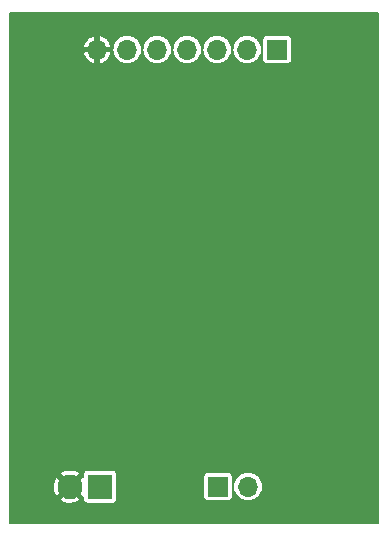
<source format=gbr>
G04 #@! TF.GenerationSoftware,KiCad,Pcbnew,5.1.2*
G04 #@! TF.CreationDate,2019-08-19T21:30:06+02:00*
G04 #@! TF.ProjectId,Battery-Tester,42617474-6572-4792-9d54-65737465722e,rev?*
G04 #@! TF.SameCoordinates,Original*
G04 #@! TF.FileFunction,Copper,L2,Bot*
G04 #@! TF.FilePolarity,Positive*
%FSLAX46Y46*%
G04 Gerber Fmt 4.6, Leading zero omitted, Abs format (unit mm)*
G04 Created by KiCad (PCBNEW 5.1.2) date 2019-08-19 21:30:06*
%MOMM*%
%LPD*%
G04 APERTURE LIST*
%ADD10O,1.700000X1.700000*%
%ADD11R,1.700000X1.700000*%
%ADD12C,2.100000*%
%ADD13R,2.100000X2.100000*%
%ADD14C,0.800000*%
%ADD15C,0.200000*%
G04 APERTURE END LIST*
D10*
X103540000Y-126500000D03*
D11*
X101000000Y-126500000D03*
D10*
X90760000Y-89500000D03*
X93300000Y-89500000D03*
X95840000Y-89500000D03*
X98380000Y-89500000D03*
X100920000Y-89500000D03*
X103460000Y-89500000D03*
D11*
X106000000Y-89500000D03*
D12*
X88460000Y-126500000D03*
D13*
X91000000Y-126500000D03*
D14*
X90500000Y-118500000D03*
X95250000Y-117500000D03*
X100000000Y-116500000D03*
X95000000Y-120500000D03*
X100312500Y-120437500D03*
X88062500Y-100437500D03*
X95062500Y-100437500D03*
X102000000Y-100500000D03*
X109062500Y-100437500D03*
X84750000Y-87500000D03*
X108000000Y-88500000D03*
X98000000Y-128000000D03*
D15*
G36*
X114575001Y-129575000D02*
G01*
X83425000Y-129575000D01*
X83425000Y-127559741D01*
X87612391Y-127559741D01*
X87729491Y-127760655D01*
X87989469Y-127878948D01*
X88267529Y-127944248D01*
X88552986Y-127954046D01*
X88834870Y-127907967D01*
X89102347Y-127807780D01*
X89190509Y-127760655D01*
X89307609Y-127559741D01*
X88460000Y-126712132D01*
X87612391Y-127559741D01*
X83425000Y-127559741D01*
X83425000Y-126592986D01*
X87005954Y-126592986D01*
X87052033Y-126874870D01*
X87152220Y-127142347D01*
X87199345Y-127230509D01*
X87400259Y-127347609D01*
X88247868Y-126500000D01*
X88672132Y-126500000D01*
X89519741Y-127347609D01*
X89548065Y-127331101D01*
X89548065Y-127550000D01*
X89555788Y-127628414D01*
X89578660Y-127703814D01*
X89615803Y-127773303D01*
X89665789Y-127834211D01*
X89726697Y-127884197D01*
X89796186Y-127921340D01*
X89871586Y-127944212D01*
X89950000Y-127951935D01*
X92050000Y-127951935D01*
X92128414Y-127944212D01*
X92203814Y-127921340D01*
X92273303Y-127884197D01*
X92334211Y-127834211D01*
X92384197Y-127773303D01*
X92421340Y-127703814D01*
X92444212Y-127628414D01*
X92451935Y-127550000D01*
X92451935Y-125650000D01*
X99748065Y-125650000D01*
X99748065Y-127350000D01*
X99755788Y-127428414D01*
X99778660Y-127503814D01*
X99815803Y-127573303D01*
X99865789Y-127634211D01*
X99926697Y-127684197D01*
X99996186Y-127721340D01*
X100071586Y-127744212D01*
X100150000Y-127751935D01*
X101850000Y-127751935D01*
X101928414Y-127744212D01*
X102003814Y-127721340D01*
X102073303Y-127684197D01*
X102134211Y-127634211D01*
X102184197Y-127573303D01*
X102221340Y-127503814D01*
X102244212Y-127428414D01*
X102251935Y-127350000D01*
X102251935Y-126500000D01*
X102283952Y-126500000D01*
X102308087Y-126745043D01*
X102379563Y-126980669D01*
X102495634Y-127197823D01*
X102651840Y-127388160D01*
X102842177Y-127544366D01*
X103059331Y-127660437D01*
X103294957Y-127731913D01*
X103478595Y-127750000D01*
X103601405Y-127750000D01*
X103785043Y-127731913D01*
X104020669Y-127660437D01*
X104237823Y-127544366D01*
X104428160Y-127388160D01*
X104584366Y-127197823D01*
X104700437Y-126980669D01*
X104771913Y-126745043D01*
X104796048Y-126500000D01*
X104771913Y-126254957D01*
X104700437Y-126019331D01*
X104584366Y-125802177D01*
X104428160Y-125611840D01*
X104237823Y-125455634D01*
X104020669Y-125339563D01*
X103785043Y-125268087D01*
X103601405Y-125250000D01*
X103478595Y-125250000D01*
X103294957Y-125268087D01*
X103059331Y-125339563D01*
X102842177Y-125455634D01*
X102651840Y-125611840D01*
X102495634Y-125802177D01*
X102379563Y-126019331D01*
X102308087Y-126254957D01*
X102283952Y-126500000D01*
X102251935Y-126500000D01*
X102251935Y-125650000D01*
X102244212Y-125571586D01*
X102221340Y-125496186D01*
X102184197Y-125426697D01*
X102134211Y-125365789D01*
X102073303Y-125315803D01*
X102003814Y-125278660D01*
X101928414Y-125255788D01*
X101850000Y-125248065D01*
X100150000Y-125248065D01*
X100071586Y-125255788D01*
X99996186Y-125278660D01*
X99926697Y-125315803D01*
X99865789Y-125365789D01*
X99815803Y-125426697D01*
X99778660Y-125496186D01*
X99755788Y-125571586D01*
X99748065Y-125650000D01*
X92451935Y-125650000D01*
X92451935Y-125450000D01*
X92444212Y-125371586D01*
X92421340Y-125296186D01*
X92384197Y-125226697D01*
X92334211Y-125165789D01*
X92273303Y-125115803D01*
X92203814Y-125078660D01*
X92128414Y-125055788D01*
X92050000Y-125048065D01*
X89950000Y-125048065D01*
X89871586Y-125055788D01*
X89796186Y-125078660D01*
X89726697Y-125115803D01*
X89665789Y-125165789D01*
X89615803Y-125226697D01*
X89578660Y-125296186D01*
X89555788Y-125371586D01*
X89548065Y-125450000D01*
X89548065Y-125668899D01*
X89519741Y-125652391D01*
X88672132Y-126500000D01*
X88247868Y-126500000D01*
X87400259Y-125652391D01*
X87199345Y-125769491D01*
X87081052Y-126029469D01*
X87015752Y-126307529D01*
X87005954Y-126592986D01*
X83425000Y-126592986D01*
X83425000Y-125440259D01*
X87612391Y-125440259D01*
X88460000Y-126287868D01*
X89307609Y-125440259D01*
X89190509Y-125239345D01*
X88930531Y-125121052D01*
X88652471Y-125055752D01*
X88367014Y-125045954D01*
X88085130Y-125092033D01*
X87817653Y-125192220D01*
X87729491Y-125239345D01*
X87612391Y-125440259D01*
X83425000Y-125440259D01*
X83425000Y-89842284D01*
X89557770Y-89842284D01*
X89647647Y-90070251D01*
X89780271Y-90276303D01*
X89950545Y-90452522D01*
X90151926Y-90592136D01*
X90376675Y-90689780D01*
X90417717Y-90702223D01*
X90610000Y-90640175D01*
X90610000Y-89650000D01*
X90910000Y-89650000D01*
X90910000Y-90640175D01*
X91102283Y-90702223D01*
X91143325Y-90689780D01*
X91368074Y-90592136D01*
X91569455Y-90452522D01*
X91739729Y-90276303D01*
X91872353Y-90070251D01*
X91962230Y-89842284D01*
X91900974Y-89650000D01*
X90910000Y-89650000D01*
X90610000Y-89650000D01*
X89619026Y-89650000D01*
X89557770Y-89842284D01*
X83425000Y-89842284D01*
X83425000Y-89500000D01*
X92043952Y-89500000D01*
X92068087Y-89745043D01*
X92139563Y-89980669D01*
X92255634Y-90197823D01*
X92411840Y-90388160D01*
X92602177Y-90544366D01*
X92819331Y-90660437D01*
X93054957Y-90731913D01*
X93238595Y-90750000D01*
X93361405Y-90750000D01*
X93545043Y-90731913D01*
X93780669Y-90660437D01*
X93997823Y-90544366D01*
X94188160Y-90388160D01*
X94344366Y-90197823D01*
X94460437Y-89980669D01*
X94531913Y-89745043D01*
X94556048Y-89500000D01*
X94583952Y-89500000D01*
X94608087Y-89745043D01*
X94679563Y-89980669D01*
X94795634Y-90197823D01*
X94951840Y-90388160D01*
X95142177Y-90544366D01*
X95359331Y-90660437D01*
X95594957Y-90731913D01*
X95778595Y-90750000D01*
X95901405Y-90750000D01*
X96085043Y-90731913D01*
X96320669Y-90660437D01*
X96537823Y-90544366D01*
X96728160Y-90388160D01*
X96884366Y-90197823D01*
X97000437Y-89980669D01*
X97071913Y-89745043D01*
X97096048Y-89500000D01*
X97123952Y-89500000D01*
X97148087Y-89745043D01*
X97219563Y-89980669D01*
X97335634Y-90197823D01*
X97491840Y-90388160D01*
X97682177Y-90544366D01*
X97899331Y-90660437D01*
X98134957Y-90731913D01*
X98318595Y-90750000D01*
X98441405Y-90750000D01*
X98625043Y-90731913D01*
X98860669Y-90660437D01*
X99077823Y-90544366D01*
X99268160Y-90388160D01*
X99424366Y-90197823D01*
X99540437Y-89980669D01*
X99611913Y-89745043D01*
X99636048Y-89500000D01*
X99663952Y-89500000D01*
X99688087Y-89745043D01*
X99759563Y-89980669D01*
X99875634Y-90197823D01*
X100031840Y-90388160D01*
X100222177Y-90544366D01*
X100439331Y-90660437D01*
X100674957Y-90731913D01*
X100858595Y-90750000D01*
X100981405Y-90750000D01*
X101165043Y-90731913D01*
X101400669Y-90660437D01*
X101617823Y-90544366D01*
X101808160Y-90388160D01*
X101964366Y-90197823D01*
X102080437Y-89980669D01*
X102151913Y-89745043D01*
X102176048Y-89500000D01*
X102203952Y-89500000D01*
X102228087Y-89745043D01*
X102299563Y-89980669D01*
X102415634Y-90197823D01*
X102571840Y-90388160D01*
X102762177Y-90544366D01*
X102979331Y-90660437D01*
X103214957Y-90731913D01*
X103398595Y-90750000D01*
X103521405Y-90750000D01*
X103705043Y-90731913D01*
X103940669Y-90660437D01*
X104157823Y-90544366D01*
X104348160Y-90388160D01*
X104504366Y-90197823D01*
X104620437Y-89980669D01*
X104691913Y-89745043D01*
X104716048Y-89500000D01*
X104691913Y-89254957D01*
X104620437Y-89019331D01*
X104504366Y-88802177D01*
X104379478Y-88650000D01*
X104748065Y-88650000D01*
X104748065Y-90350000D01*
X104755788Y-90428414D01*
X104778660Y-90503814D01*
X104815803Y-90573303D01*
X104865789Y-90634211D01*
X104926697Y-90684197D01*
X104996186Y-90721340D01*
X105071586Y-90744212D01*
X105150000Y-90751935D01*
X106850000Y-90751935D01*
X106928414Y-90744212D01*
X107003814Y-90721340D01*
X107073303Y-90684197D01*
X107134211Y-90634211D01*
X107184197Y-90573303D01*
X107221340Y-90503814D01*
X107244212Y-90428414D01*
X107251935Y-90350000D01*
X107251935Y-88650000D01*
X107244212Y-88571586D01*
X107221340Y-88496186D01*
X107184197Y-88426697D01*
X107134211Y-88365789D01*
X107073303Y-88315803D01*
X107003814Y-88278660D01*
X106928414Y-88255788D01*
X106850000Y-88248065D01*
X105150000Y-88248065D01*
X105071586Y-88255788D01*
X104996186Y-88278660D01*
X104926697Y-88315803D01*
X104865789Y-88365789D01*
X104815803Y-88426697D01*
X104778660Y-88496186D01*
X104755788Y-88571586D01*
X104748065Y-88650000D01*
X104379478Y-88650000D01*
X104348160Y-88611840D01*
X104157823Y-88455634D01*
X103940669Y-88339563D01*
X103705043Y-88268087D01*
X103521405Y-88250000D01*
X103398595Y-88250000D01*
X103214957Y-88268087D01*
X102979331Y-88339563D01*
X102762177Y-88455634D01*
X102571840Y-88611840D01*
X102415634Y-88802177D01*
X102299563Y-89019331D01*
X102228087Y-89254957D01*
X102203952Y-89500000D01*
X102176048Y-89500000D01*
X102151913Y-89254957D01*
X102080437Y-89019331D01*
X101964366Y-88802177D01*
X101808160Y-88611840D01*
X101617823Y-88455634D01*
X101400669Y-88339563D01*
X101165043Y-88268087D01*
X100981405Y-88250000D01*
X100858595Y-88250000D01*
X100674957Y-88268087D01*
X100439331Y-88339563D01*
X100222177Y-88455634D01*
X100031840Y-88611840D01*
X99875634Y-88802177D01*
X99759563Y-89019331D01*
X99688087Y-89254957D01*
X99663952Y-89500000D01*
X99636048Y-89500000D01*
X99611913Y-89254957D01*
X99540437Y-89019331D01*
X99424366Y-88802177D01*
X99268160Y-88611840D01*
X99077823Y-88455634D01*
X98860669Y-88339563D01*
X98625043Y-88268087D01*
X98441405Y-88250000D01*
X98318595Y-88250000D01*
X98134957Y-88268087D01*
X97899331Y-88339563D01*
X97682177Y-88455634D01*
X97491840Y-88611840D01*
X97335634Y-88802177D01*
X97219563Y-89019331D01*
X97148087Y-89254957D01*
X97123952Y-89500000D01*
X97096048Y-89500000D01*
X97071913Y-89254957D01*
X97000437Y-89019331D01*
X96884366Y-88802177D01*
X96728160Y-88611840D01*
X96537823Y-88455634D01*
X96320669Y-88339563D01*
X96085043Y-88268087D01*
X95901405Y-88250000D01*
X95778595Y-88250000D01*
X95594957Y-88268087D01*
X95359331Y-88339563D01*
X95142177Y-88455634D01*
X94951840Y-88611840D01*
X94795634Y-88802177D01*
X94679563Y-89019331D01*
X94608087Y-89254957D01*
X94583952Y-89500000D01*
X94556048Y-89500000D01*
X94531913Y-89254957D01*
X94460437Y-89019331D01*
X94344366Y-88802177D01*
X94188160Y-88611840D01*
X93997823Y-88455634D01*
X93780669Y-88339563D01*
X93545043Y-88268087D01*
X93361405Y-88250000D01*
X93238595Y-88250000D01*
X93054957Y-88268087D01*
X92819331Y-88339563D01*
X92602177Y-88455634D01*
X92411840Y-88611840D01*
X92255634Y-88802177D01*
X92139563Y-89019331D01*
X92068087Y-89254957D01*
X92043952Y-89500000D01*
X83425000Y-89500000D01*
X83425000Y-89157716D01*
X89557770Y-89157716D01*
X89619026Y-89350000D01*
X90610000Y-89350000D01*
X90610000Y-88359825D01*
X90910000Y-88359825D01*
X90910000Y-89350000D01*
X91900974Y-89350000D01*
X91962230Y-89157716D01*
X91872353Y-88929749D01*
X91739729Y-88723697D01*
X91569455Y-88547478D01*
X91368074Y-88407864D01*
X91143325Y-88310220D01*
X91102283Y-88297777D01*
X90910000Y-88359825D01*
X90610000Y-88359825D01*
X90417717Y-88297777D01*
X90376675Y-88310220D01*
X90151926Y-88407864D01*
X89950545Y-88547478D01*
X89780271Y-88723697D01*
X89647647Y-88929749D01*
X89557770Y-89157716D01*
X83425000Y-89157716D01*
X83425000Y-86425000D01*
X114575000Y-86425000D01*
X114575001Y-129575000D01*
X114575001Y-129575000D01*
G37*
X114575001Y-129575000D02*
X83425000Y-129575000D01*
X83425000Y-127559741D01*
X87612391Y-127559741D01*
X87729491Y-127760655D01*
X87989469Y-127878948D01*
X88267529Y-127944248D01*
X88552986Y-127954046D01*
X88834870Y-127907967D01*
X89102347Y-127807780D01*
X89190509Y-127760655D01*
X89307609Y-127559741D01*
X88460000Y-126712132D01*
X87612391Y-127559741D01*
X83425000Y-127559741D01*
X83425000Y-126592986D01*
X87005954Y-126592986D01*
X87052033Y-126874870D01*
X87152220Y-127142347D01*
X87199345Y-127230509D01*
X87400259Y-127347609D01*
X88247868Y-126500000D01*
X88672132Y-126500000D01*
X89519741Y-127347609D01*
X89548065Y-127331101D01*
X89548065Y-127550000D01*
X89555788Y-127628414D01*
X89578660Y-127703814D01*
X89615803Y-127773303D01*
X89665789Y-127834211D01*
X89726697Y-127884197D01*
X89796186Y-127921340D01*
X89871586Y-127944212D01*
X89950000Y-127951935D01*
X92050000Y-127951935D01*
X92128414Y-127944212D01*
X92203814Y-127921340D01*
X92273303Y-127884197D01*
X92334211Y-127834211D01*
X92384197Y-127773303D01*
X92421340Y-127703814D01*
X92444212Y-127628414D01*
X92451935Y-127550000D01*
X92451935Y-125650000D01*
X99748065Y-125650000D01*
X99748065Y-127350000D01*
X99755788Y-127428414D01*
X99778660Y-127503814D01*
X99815803Y-127573303D01*
X99865789Y-127634211D01*
X99926697Y-127684197D01*
X99996186Y-127721340D01*
X100071586Y-127744212D01*
X100150000Y-127751935D01*
X101850000Y-127751935D01*
X101928414Y-127744212D01*
X102003814Y-127721340D01*
X102073303Y-127684197D01*
X102134211Y-127634211D01*
X102184197Y-127573303D01*
X102221340Y-127503814D01*
X102244212Y-127428414D01*
X102251935Y-127350000D01*
X102251935Y-126500000D01*
X102283952Y-126500000D01*
X102308087Y-126745043D01*
X102379563Y-126980669D01*
X102495634Y-127197823D01*
X102651840Y-127388160D01*
X102842177Y-127544366D01*
X103059331Y-127660437D01*
X103294957Y-127731913D01*
X103478595Y-127750000D01*
X103601405Y-127750000D01*
X103785043Y-127731913D01*
X104020669Y-127660437D01*
X104237823Y-127544366D01*
X104428160Y-127388160D01*
X104584366Y-127197823D01*
X104700437Y-126980669D01*
X104771913Y-126745043D01*
X104796048Y-126500000D01*
X104771913Y-126254957D01*
X104700437Y-126019331D01*
X104584366Y-125802177D01*
X104428160Y-125611840D01*
X104237823Y-125455634D01*
X104020669Y-125339563D01*
X103785043Y-125268087D01*
X103601405Y-125250000D01*
X103478595Y-125250000D01*
X103294957Y-125268087D01*
X103059331Y-125339563D01*
X102842177Y-125455634D01*
X102651840Y-125611840D01*
X102495634Y-125802177D01*
X102379563Y-126019331D01*
X102308087Y-126254957D01*
X102283952Y-126500000D01*
X102251935Y-126500000D01*
X102251935Y-125650000D01*
X102244212Y-125571586D01*
X102221340Y-125496186D01*
X102184197Y-125426697D01*
X102134211Y-125365789D01*
X102073303Y-125315803D01*
X102003814Y-125278660D01*
X101928414Y-125255788D01*
X101850000Y-125248065D01*
X100150000Y-125248065D01*
X100071586Y-125255788D01*
X99996186Y-125278660D01*
X99926697Y-125315803D01*
X99865789Y-125365789D01*
X99815803Y-125426697D01*
X99778660Y-125496186D01*
X99755788Y-125571586D01*
X99748065Y-125650000D01*
X92451935Y-125650000D01*
X92451935Y-125450000D01*
X92444212Y-125371586D01*
X92421340Y-125296186D01*
X92384197Y-125226697D01*
X92334211Y-125165789D01*
X92273303Y-125115803D01*
X92203814Y-125078660D01*
X92128414Y-125055788D01*
X92050000Y-125048065D01*
X89950000Y-125048065D01*
X89871586Y-125055788D01*
X89796186Y-125078660D01*
X89726697Y-125115803D01*
X89665789Y-125165789D01*
X89615803Y-125226697D01*
X89578660Y-125296186D01*
X89555788Y-125371586D01*
X89548065Y-125450000D01*
X89548065Y-125668899D01*
X89519741Y-125652391D01*
X88672132Y-126500000D01*
X88247868Y-126500000D01*
X87400259Y-125652391D01*
X87199345Y-125769491D01*
X87081052Y-126029469D01*
X87015752Y-126307529D01*
X87005954Y-126592986D01*
X83425000Y-126592986D01*
X83425000Y-125440259D01*
X87612391Y-125440259D01*
X88460000Y-126287868D01*
X89307609Y-125440259D01*
X89190509Y-125239345D01*
X88930531Y-125121052D01*
X88652471Y-125055752D01*
X88367014Y-125045954D01*
X88085130Y-125092033D01*
X87817653Y-125192220D01*
X87729491Y-125239345D01*
X87612391Y-125440259D01*
X83425000Y-125440259D01*
X83425000Y-89842284D01*
X89557770Y-89842284D01*
X89647647Y-90070251D01*
X89780271Y-90276303D01*
X89950545Y-90452522D01*
X90151926Y-90592136D01*
X90376675Y-90689780D01*
X90417717Y-90702223D01*
X90610000Y-90640175D01*
X90610000Y-89650000D01*
X90910000Y-89650000D01*
X90910000Y-90640175D01*
X91102283Y-90702223D01*
X91143325Y-90689780D01*
X91368074Y-90592136D01*
X91569455Y-90452522D01*
X91739729Y-90276303D01*
X91872353Y-90070251D01*
X91962230Y-89842284D01*
X91900974Y-89650000D01*
X90910000Y-89650000D01*
X90610000Y-89650000D01*
X89619026Y-89650000D01*
X89557770Y-89842284D01*
X83425000Y-89842284D01*
X83425000Y-89500000D01*
X92043952Y-89500000D01*
X92068087Y-89745043D01*
X92139563Y-89980669D01*
X92255634Y-90197823D01*
X92411840Y-90388160D01*
X92602177Y-90544366D01*
X92819331Y-90660437D01*
X93054957Y-90731913D01*
X93238595Y-90750000D01*
X93361405Y-90750000D01*
X93545043Y-90731913D01*
X93780669Y-90660437D01*
X93997823Y-90544366D01*
X94188160Y-90388160D01*
X94344366Y-90197823D01*
X94460437Y-89980669D01*
X94531913Y-89745043D01*
X94556048Y-89500000D01*
X94583952Y-89500000D01*
X94608087Y-89745043D01*
X94679563Y-89980669D01*
X94795634Y-90197823D01*
X94951840Y-90388160D01*
X95142177Y-90544366D01*
X95359331Y-90660437D01*
X95594957Y-90731913D01*
X95778595Y-90750000D01*
X95901405Y-90750000D01*
X96085043Y-90731913D01*
X96320669Y-90660437D01*
X96537823Y-90544366D01*
X96728160Y-90388160D01*
X96884366Y-90197823D01*
X97000437Y-89980669D01*
X97071913Y-89745043D01*
X97096048Y-89500000D01*
X97123952Y-89500000D01*
X97148087Y-89745043D01*
X97219563Y-89980669D01*
X97335634Y-90197823D01*
X97491840Y-90388160D01*
X97682177Y-90544366D01*
X97899331Y-90660437D01*
X98134957Y-90731913D01*
X98318595Y-90750000D01*
X98441405Y-90750000D01*
X98625043Y-90731913D01*
X98860669Y-90660437D01*
X99077823Y-90544366D01*
X99268160Y-90388160D01*
X99424366Y-90197823D01*
X99540437Y-89980669D01*
X99611913Y-89745043D01*
X99636048Y-89500000D01*
X99663952Y-89500000D01*
X99688087Y-89745043D01*
X99759563Y-89980669D01*
X99875634Y-90197823D01*
X100031840Y-90388160D01*
X100222177Y-90544366D01*
X100439331Y-90660437D01*
X100674957Y-90731913D01*
X100858595Y-90750000D01*
X100981405Y-90750000D01*
X101165043Y-90731913D01*
X101400669Y-90660437D01*
X101617823Y-90544366D01*
X101808160Y-90388160D01*
X101964366Y-90197823D01*
X102080437Y-89980669D01*
X102151913Y-89745043D01*
X102176048Y-89500000D01*
X102203952Y-89500000D01*
X102228087Y-89745043D01*
X102299563Y-89980669D01*
X102415634Y-90197823D01*
X102571840Y-90388160D01*
X102762177Y-90544366D01*
X102979331Y-90660437D01*
X103214957Y-90731913D01*
X103398595Y-90750000D01*
X103521405Y-90750000D01*
X103705043Y-90731913D01*
X103940669Y-90660437D01*
X104157823Y-90544366D01*
X104348160Y-90388160D01*
X104504366Y-90197823D01*
X104620437Y-89980669D01*
X104691913Y-89745043D01*
X104716048Y-89500000D01*
X104691913Y-89254957D01*
X104620437Y-89019331D01*
X104504366Y-88802177D01*
X104379478Y-88650000D01*
X104748065Y-88650000D01*
X104748065Y-90350000D01*
X104755788Y-90428414D01*
X104778660Y-90503814D01*
X104815803Y-90573303D01*
X104865789Y-90634211D01*
X104926697Y-90684197D01*
X104996186Y-90721340D01*
X105071586Y-90744212D01*
X105150000Y-90751935D01*
X106850000Y-90751935D01*
X106928414Y-90744212D01*
X107003814Y-90721340D01*
X107073303Y-90684197D01*
X107134211Y-90634211D01*
X107184197Y-90573303D01*
X107221340Y-90503814D01*
X107244212Y-90428414D01*
X107251935Y-90350000D01*
X107251935Y-88650000D01*
X107244212Y-88571586D01*
X107221340Y-88496186D01*
X107184197Y-88426697D01*
X107134211Y-88365789D01*
X107073303Y-88315803D01*
X107003814Y-88278660D01*
X106928414Y-88255788D01*
X106850000Y-88248065D01*
X105150000Y-88248065D01*
X105071586Y-88255788D01*
X104996186Y-88278660D01*
X104926697Y-88315803D01*
X104865789Y-88365789D01*
X104815803Y-88426697D01*
X104778660Y-88496186D01*
X104755788Y-88571586D01*
X104748065Y-88650000D01*
X104379478Y-88650000D01*
X104348160Y-88611840D01*
X104157823Y-88455634D01*
X103940669Y-88339563D01*
X103705043Y-88268087D01*
X103521405Y-88250000D01*
X103398595Y-88250000D01*
X103214957Y-88268087D01*
X102979331Y-88339563D01*
X102762177Y-88455634D01*
X102571840Y-88611840D01*
X102415634Y-88802177D01*
X102299563Y-89019331D01*
X102228087Y-89254957D01*
X102203952Y-89500000D01*
X102176048Y-89500000D01*
X102151913Y-89254957D01*
X102080437Y-89019331D01*
X101964366Y-88802177D01*
X101808160Y-88611840D01*
X101617823Y-88455634D01*
X101400669Y-88339563D01*
X101165043Y-88268087D01*
X100981405Y-88250000D01*
X100858595Y-88250000D01*
X100674957Y-88268087D01*
X100439331Y-88339563D01*
X100222177Y-88455634D01*
X100031840Y-88611840D01*
X99875634Y-88802177D01*
X99759563Y-89019331D01*
X99688087Y-89254957D01*
X99663952Y-89500000D01*
X99636048Y-89500000D01*
X99611913Y-89254957D01*
X99540437Y-89019331D01*
X99424366Y-88802177D01*
X99268160Y-88611840D01*
X99077823Y-88455634D01*
X98860669Y-88339563D01*
X98625043Y-88268087D01*
X98441405Y-88250000D01*
X98318595Y-88250000D01*
X98134957Y-88268087D01*
X97899331Y-88339563D01*
X97682177Y-88455634D01*
X97491840Y-88611840D01*
X97335634Y-88802177D01*
X97219563Y-89019331D01*
X97148087Y-89254957D01*
X97123952Y-89500000D01*
X97096048Y-89500000D01*
X97071913Y-89254957D01*
X97000437Y-89019331D01*
X96884366Y-88802177D01*
X96728160Y-88611840D01*
X96537823Y-88455634D01*
X96320669Y-88339563D01*
X96085043Y-88268087D01*
X95901405Y-88250000D01*
X95778595Y-88250000D01*
X95594957Y-88268087D01*
X95359331Y-88339563D01*
X95142177Y-88455634D01*
X94951840Y-88611840D01*
X94795634Y-88802177D01*
X94679563Y-89019331D01*
X94608087Y-89254957D01*
X94583952Y-89500000D01*
X94556048Y-89500000D01*
X94531913Y-89254957D01*
X94460437Y-89019331D01*
X94344366Y-88802177D01*
X94188160Y-88611840D01*
X93997823Y-88455634D01*
X93780669Y-88339563D01*
X93545043Y-88268087D01*
X93361405Y-88250000D01*
X93238595Y-88250000D01*
X93054957Y-88268087D01*
X92819331Y-88339563D01*
X92602177Y-88455634D01*
X92411840Y-88611840D01*
X92255634Y-88802177D01*
X92139563Y-89019331D01*
X92068087Y-89254957D01*
X92043952Y-89500000D01*
X83425000Y-89500000D01*
X83425000Y-89157716D01*
X89557770Y-89157716D01*
X89619026Y-89350000D01*
X90610000Y-89350000D01*
X90610000Y-88359825D01*
X90910000Y-88359825D01*
X90910000Y-89350000D01*
X91900974Y-89350000D01*
X91962230Y-89157716D01*
X91872353Y-88929749D01*
X91739729Y-88723697D01*
X91569455Y-88547478D01*
X91368074Y-88407864D01*
X91143325Y-88310220D01*
X91102283Y-88297777D01*
X90910000Y-88359825D01*
X90610000Y-88359825D01*
X90417717Y-88297777D01*
X90376675Y-88310220D01*
X90151926Y-88407864D01*
X89950545Y-88547478D01*
X89780271Y-88723697D01*
X89647647Y-88929749D01*
X89557770Y-89157716D01*
X83425000Y-89157716D01*
X83425000Y-86425000D01*
X114575000Y-86425000D01*
X114575001Y-129575000D01*
M02*

</source>
